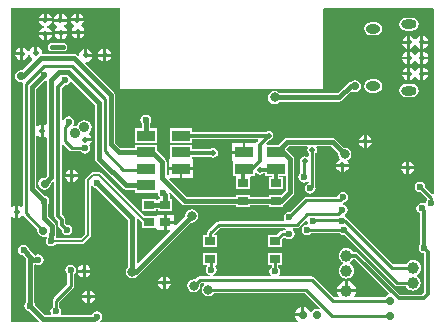
<source format=gbl>
G04 Layer_Physical_Order=2*
G04 Layer_Color=16711680*
%FSAX44Y44*%
%MOMM*%
G71*
G01*
G75*
%ADD10R,0.9000X0.7000*%
%ADD24R,1.5000X0.9500*%
%ADD35C,0.2540*%
%ADD36C,0.3000*%
%ADD37C,0.4000*%
%ADD39O,1.3000X0.8000*%
%ADD40O,1.2000X0.8000*%
%ADD41C,0.9000*%
%ADD42C,0.5000*%
%ADD43C,0.6000*%
%ADD44C,1.0000*%
%ADD45C,0.7000*%
%ADD46C,0.8000*%
%ADD47C,0.2000*%
G36*
X01150975Y00986907D02*
X01150874Y00906018D01*
Y00830288D01*
X01149604Y00829762D01*
X01143814Y00835553D01*
X01143912Y00836048D01*
X01143563Y00837804D01*
X01142568Y00839292D01*
X01141080Y00840287D01*
X01139324Y00840636D01*
X01137568Y00840287D01*
X01136080Y00839292D01*
X01135085Y00837804D01*
X01134736Y00836048D01*
X01135085Y00834292D01*
X01136080Y00832804D01*
X01137568Y00831809D01*
X01139324Y00831460D01*
X01139819Y00831558D01*
X01145397Y00825981D01*
X01145344Y00825442D01*
X01144349Y00823954D01*
X01144104Y00822724D01*
X01142927Y00822095D01*
X01142780Y00822081D01*
X01142724Y00822119D01*
X01140968Y00822468D01*
X01139212Y00822119D01*
X01137724Y00821124D01*
X01136729Y00819636D01*
X01136380Y00817880D01*
X01136729Y00816124D01*
X01137724Y00814636D01*
X01139212Y00813641D01*
X01139687Y00813547D01*
Y00787720D01*
X01139502Y00787596D01*
X01138507Y00786108D01*
X01138158Y00784352D01*
X01138507Y00782596D01*
X01139502Y00781108D01*
X01140990Y00780113D01*
X01142746Y00779764D01*
X01142989Y00778519D01*
Y00746757D01*
X01141225Y00744993D01*
X01122423D01*
X01087251Y00780165D01*
X01086258Y00780828D01*
X01085088Y00781061D01*
X01085088Y00781061D01*
X01082729D01*
X01082638Y00781280D01*
X01081596Y00782638D01*
X01080238Y00783680D01*
X01078657Y00784335D01*
X01076960Y00784558D01*
X01075263Y00784335D01*
X01073682Y00783680D01*
X01072324Y00782638D01*
X01071282Y00781280D01*
X01070627Y00779699D01*
X01070404Y00778002D01*
X01070627Y00776305D01*
X01071282Y00774724D01*
X01072324Y00773366D01*
X01073682Y00772324D01*
X01073952Y00772212D01*
Y00770838D01*
X01073682Y00770726D01*
X01072324Y00769684D01*
X01071282Y00768326D01*
X01070627Y00766745D01*
X01070404Y00765048D01*
X01070627Y00763351D01*
X01071282Y00761770D01*
X01072324Y00760412D01*
X01073682Y00759370D01*
X01075263Y00758715D01*
X01076960Y00758492D01*
X01078657Y00758715D01*
X01080238Y00759370D01*
X01081596Y00760412D01*
X01082638Y00761770D01*
X01083293Y00763351D01*
X01083516Y00765048D01*
X01083293Y00766745D01*
X01082638Y00768326D01*
X01081596Y00769684D01*
X01080238Y00770726D01*
X01079968Y00770838D01*
Y00772212D01*
X01080238Y00772324D01*
X01081596Y00773366D01*
X01082638Y00774724D01*
X01082640Y00774729D01*
X01083902Y00774862D01*
X01112858Y00745906D01*
X01112440Y00744528D01*
X01111585Y00744358D01*
X01109931Y00743253D01*
X01109410Y00742472D01*
X01084185D01*
X01083559Y00743742D01*
X01083948Y00744249D01*
X01084754Y00746196D01*
X01084865Y00747034D01*
X01069055D01*
X01069166Y00746196D01*
X01069972Y00744249D01*
X01070361Y00743742D01*
X01069735Y00742472D01*
X01066446D01*
X01049493Y00759425D01*
X01048577Y00760037D01*
X01047496Y00760252D01*
X01047496Y00760252D01*
X01020466D01*
X01020164Y00760694D01*
X01019904Y00761522D01*
X01020747Y00762784D01*
X01021096Y00764540D01*
X01020747Y00766296D01*
X01019752Y00767784D01*
X01019332Y00768065D01*
Y00770074D01*
X01022762D01*
Y00780074D01*
X01010762D01*
Y00770074D01*
X01013684D01*
Y00768065D01*
X01013264Y00767784D01*
X01012269Y00766296D01*
X01011920Y00764540D01*
X01012269Y00762784D01*
X01013112Y00761522D01*
X01012852Y00760694D01*
X01012550Y00760252D01*
X00964296D01*
X00964170Y00761522D01*
X00964416Y00761571D01*
X00965904Y00762566D01*
X00966899Y00764054D01*
X00967248Y00765810D01*
X00966899Y00767566D01*
X00966072Y00768804D01*
X00966367Y00769701D01*
X00966634Y00770074D01*
X00967644D01*
Y00780074D01*
X00955644D01*
Y00770074D01*
X00958686D01*
X00958953Y00769701D01*
X00959248Y00768804D01*
X00958421Y00767566D01*
X00958072Y00765810D01*
X00958421Y00764054D01*
X00959416Y00762566D01*
X00960904Y00761571D01*
X00961150Y00761522D01*
X00961024Y00760252D01*
X00952678D01*
X00951597Y00760037D01*
X00950681Y00759425D01*
X00949096Y00757840D01*
X00947750Y00758108D01*
X00945604Y00757681D01*
X00943785Y00756465D01*
X00942569Y00754646D01*
X00942142Y00752500D01*
X00942569Y00750354D01*
X00943785Y00748535D01*
X00945604Y00747319D01*
X00947750Y00746892D01*
X00949896Y00747319D01*
X00951715Y00748535D01*
X00952931Y00750354D01*
X00953358Y00752500D01*
X00953133Y00753630D01*
X00953995Y00754604D01*
X00956252D01*
X00956637Y00753334D01*
X00956155Y00753011D01*
X00954939Y00751192D01*
X00954512Y00749046D01*
X00954939Y00746900D01*
X00956155Y00745081D01*
X00957974Y00743865D01*
X00960120Y00743438D01*
X00962266Y00743865D01*
X00964085Y00745081D01*
X00964848Y00746222D01*
X01041754D01*
X01054559Y00733416D01*
X01053765Y00732420D01*
X01051814Y00732808D01*
X01049863Y00732420D01*
X01048209Y00731315D01*
X01047492Y00730241D01*
X01046059Y00730382D01*
X01045808Y00730988D01*
X01044766Y00732346D01*
X01043408Y00733388D01*
X01041827Y00734043D01*
X01041380Y00734101D01*
Y00727710D01*
X01040130D01*
Y00726460D01*
X01033738D01*
X01033797Y00726013D01*
X01034452Y00724432D01*
X01035494Y00723074D01*
X01035742Y00722884D01*
X01035311Y00721614D01*
X00869175D01*
X00868790Y00722884D01*
X00868876Y00722942D01*
X00869871Y00724430D01*
X00870220Y00726186D01*
X00869871Y00727942D01*
X00868876Y00729430D01*
X00867388Y00730425D01*
X00865632Y00730774D01*
X00863876Y00730425D01*
X00862388Y00729430D01*
X00861393Y00727942D01*
X00861370Y00727827D01*
X00835889D01*
X00835365Y00728805D01*
X00835346Y00729097D01*
X00835676Y00730758D01*
X00835327Y00732514D01*
X00834332Y00734002D01*
X00833912Y00734283D01*
Y00738732D01*
X00845531Y00750351D01*
X00845531Y00750351D01*
X00846143Y00751267D01*
X00846358Y00752348D01*
X00846358Y00752348D01*
Y00762031D01*
X00846778Y00762312D01*
X00847773Y00763800D01*
X00848122Y00765556D01*
X00847773Y00767312D01*
X00846778Y00768800D01*
X00845290Y00769795D01*
X00843534Y00770144D01*
X00841778Y00769795D01*
X00840290Y00768800D01*
X00839295Y00767312D01*
X00838946Y00765556D01*
X00839295Y00763800D01*
X00840290Y00762312D01*
X00840710Y00762031D01*
Y00753518D01*
X00829091Y00741899D01*
X00828479Y00740983D01*
X00828264Y00739902D01*
X00828264Y00739902D01*
Y00734283D01*
X00827844Y00734002D01*
X00826849Y00732514D01*
X00826500Y00730758D01*
X00826830Y00729097D01*
X00826811Y00728805D01*
X00826288Y00727827D01*
X00821794D01*
X00813464Y00736156D01*
X00813229Y00737340D01*
X00812559Y00738343D01*
Y00769939D01*
X00813829Y00770553D01*
X00814346Y00770207D01*
X00816102Y00769858D01*
X00817858Y00770207D01*
X00819346Y00771202D01*
X00820341Y00772690D01*
X00820690Y00774446D01*
X00820341Y00776202D01*
X00819346Y00777690D01*
X00817858Y00778685D01*
X00816102Y00779034D01*
X00814346Y00778685D01*
X00813343Y00778015D01*
X00813262D01*
X00808130Y00783146D01*
X00807895Y00784330D01*
X00806900Y00785818D01*
X00805412Y00786813D01*
X00803656Y00787162D01*
X00801900Y00786813D01*
X00800412Y00785818D01*
X00799417Y00784330D01*
X00799068Y00782574D01*
X00799417Y00780818D01*
X00800412Y00779330D01*
X00801900Y00778335D01*
X00803084Y00778100D01*
X00805421Y00775762D01*
Y00738343D01*
X00804751Y00737340D01*
X00804402Y00735584D01*
X00804751Y00733828D01*
X00805746Y00732340D01*
X00807234Y00731345D01*
X00808418Y00731110D01*
X00816643Y00722884D01*
X00816117Y00721614D01*
X00792734D01*
Y00810883D01*
X00794004Y00811268D01*
X00794103Y00811121D01*
X00795922Y00809905D01*
X00796818Y00809727D01*
Y00815086D01*
Y00820445D01*
X00795922Y00820267D01*
X00794103Y00819051D01*
X00794004Y00818904D01*
X00792734Y00819289D01*
Y00987806D01*
X00885444D01*
Y00918972D01*
X00885698Y00918718D01*
X01057402D01*
Y00987044D01*
X01058356Y00987806D01*
X01069086D01*
X01150077Y00987806D01*
X01150975Y00986907D01*
D02*
G37*
%LPC*%
G36*
X01127780Y00857783D02*
X01126884Y00857605D01*
X01125065Y00856389D01*
X01123849Y00854570D01*
X01123671Y00853674D01*
X01127780D01*
Y00857783D01*
D02*
G37*
G36*
X01079017Y00853206D02*
X01074908D01*
Y00849097D01*
X01075804Y00849275D01*
X01077623Y00850491D01*
X01078839Y00852310D01*
X01079017Y00853206D01*
D02*
G37*
G36*
X00946006Y00871882D02*
X00928006D01*
Y00859412D01*
X00926506D01*
Y00852912D01*
X00947506D01*
Y00859412D01*
X00946006D01*
Y00861811D01*
X00961816D01*
X00962877Y00861102D01*
X00964438Y00860792D01*
X00965999Y00861102D01*
X00967322Y00861986D01*
X00968206Y00863309D01*
X00968516Y00864870D01*
X00968206Y00866431D01*
X00967322Y00867754D01*
X00965999Y00868638D01*
X00964438Y00868948D01*
X00962877Y00868638D01*
X00961816Y00867929D01*
X00946006D01*
Y00871882D01*
D02*
G37*
G36*
X01130280Y00857783D02*
Y00853674D01*
X01134389D01*
X01134211Y00854570D01*
X01132995Y00856389D01*
X01131176Y00857605D01*
X01130280Y00857783D01*
D02*
G37*
G36*
X01072408Y00853206D02*
X01068299D01*
X01068477Y00852310D01*
X01069693Y00850491D01*
X01071512Y00849275D01*
X01072408Y00849097D01*
Y00853206D01*
D02*
G37*
G36*
X00845800Y00850925D02*
Y00846816D01*
X00849909D01*
X00849731Y00847712D01*
X00848515Y00849531D01*
X00846696Y00850747D01*
X00845800Y00850925D01*
D02*
G37*
G36*
X00843300D02*
X00842404Y00850747D01*
X00840585Y00849531D01*
X00839369Y00847712D01*
X00839191Y00846816D01*
X00843300D01*
Y00850925D01*
D02*
G37*
G36*
X01134389Y00851174D02*
X01130280D01*
Y00847065D01*
X01131176Y00847243D01*
X01132995Y00848459D01*
X01134211Y00850278D01*
X01134389Y00851174D01*
D02*
G37*
G36*
X01127780D02*
X01123671D01*
X01123849Y00850278D01*
X01125065Y00848459D01*
X01126884Y00847243D01*
X01127780Y00847065D01*
Y00851174D01*
D02*
G37*
G36*
X00989096Y00873382D02*
X00979846D01*
Y00866882D01*
X00989096D01*
Y00873382D01*
D02*
G37*
G36*
X01084326Y00926476D02*
X01082375Y00926088D01*
X01080721Y00924983D01*
X01080697Y00924947D01*
X01080661D01*
X01079296Y00924675D01*
X01078138Y00923901D01*
X01069665Y00915429D01*
X01020484D01*
X01020219Y00915825D01*
X01018400Y00917041D01*
X01016254Y00917468D01*
X01014108Y00917041D01*
X01012289Y00915825D01*
X01011073Y00914006D01*
X01010646Y00911860D01*
X01011073Y00909714D01*
X01012289Y00907895D01*
X01014108Y00906679D01*
X01016254Y00906252D01*
X01018400Y00906679D01*
X01020219Y00907895D01*
X01020484Y00908291D01*
X01071143D01*
X01072509Y00908563D01*
X01073667Y00909337D01*
X01081550Y00917220D01*
X01082375Y00916668D01*
X01084326Y00916280D01*
X01086277Y00916668D01*
X01087931Y00917773D01*
X01089036Y00919427D01*
X01089424Y00921378D01*
X01089036Y00923329D01*
X01087931Y00924983D01*
X01086277Y00926088D01*
X01084326Y00926476D01*
D02*
G37*
G36*
X01132546Y00923310D02*
X01127546D01*
X01125400Y00922883D01*
X01123581Y00921667D01*
X01122365Y00919848D01*
X01121938Y00917702D01*
X01122365Y00915556D01*
X01123581Y00913737D01*
X01125400Y00912521D01*
X01127546Y00912094D01*
X01132546D01*
X01134692Y00912521D01*
X01136511Y00913737D01*
X01137727Y00915556D01*
X01138154Y00917702D01*
X01137727Y00919848D01*
X01136511Y00921667D01*
X01134692Y00922883D01*
X01132546Y00923310D01*
D02*
G37*
G36*
X01128542Y00930676D02*
X01124433D01*
X01124611Y00929780D01*
X01125827Y00927961D01*
X01127646Y00926745D01*
X01128542Y00926567D01*
Y00930676D01*
D02*
G37*
G36*
X01101746Y00927110D02*
X01097746D01*
X01095600Y00926683D01*
X01093781Y00925467D01*
X01092565Y00923648D01*
X01092138Y00921502D01*
X01092565Y00919356D01*
X01093781Y00917537D01*
X01095600Y00916321D01*
X01097746Y00915894D01*
X01101746D01*
X01103892Y00916321D01*
X01105711Y00917537D01*
X01106927Y00919356D01*
X01107354Y00921502D01*
X01106927Y00923648D01*
X01105711Y00925467D01*
X01103892Y00926683D01*
X01101746Y00927110D01*
D02*
G37*
G36*
X01094212Y00880135D02*
Y00876026D01*
X01098321D01*
X01098143Y00876922D01*
X01096927Y00878741D01*
X01095108Y00879957D01*
X01094212Y00880135D01*
D02*
G37*
G36*
X01098321Y00873526D02*
X01094212D01*
Y00869417D01*
X01095108Y00869595D01*
X01096927Y00870811D01*
X01098143Y00872630D01*
X01098321Y00873526D01*
D02*
G37*
G36*
X01091712D02*
X01087603D01*
X01087781Y00872630D01*
X01088997Y00870811D01*
X01090816Y00869595D01*
X01091712Y00869417D01*
Y00873526D01*
D02*
G37*
G36*
Y00880135D02*
X01090816Y00879957D01*
X01088997Y00878741D01*
X01087781Y00876922D01*
X01087603Y00876026D01*
X01091712D01*
Y00880135D01*
D02*
G37*
G36*
X00907288Y00897398D02*
X00905532Y00897049D01*
X00904044Y00896054D01*
X00903049Y00894566D01*
X00902700Y00892810D01*
X00903049Y00891054D01*
X00903719Y00890051D01*
Y00885852D01*
X00898288D01*
Y00873352D01*
X00916288D01*
Y00885852D01*
X00910857D01*
Y00890051D01*
X00911527Y00891054D01*
X00911876Y00892810D01*
X00911527Y00894566D01*
X00910532Y00896054D01*
X00909044Y00897049D01*
X00907288Y00897398D01*
D02*
G37*
G36*
X00928141Y00753638D02*
X00924032D01*
Y00749529D01*
X00924928Y00749707D01*
X00926747Y00750923D01*
X00927963Y00752742D01*
X00928141Y00753638D01*
D02*
G37*
G36*
X00921532D02*
X00917423D01*
X00917601Y00752742D01*
X00918817Y00750923D01*
X00920636Y00749707D01*
X00921532Y00749529D01*
Y00753638D01*
D02*
G37*
G36*
X01075710Y00756189D02*
X01074872Y00756078D01*
X01072925Y00755272D01*
X01071254Y00753990D01*
X01069972Y00752318D01*
X01069166Y00750372D01*
X01069055Y00749534D01*
X01075710D01*
Y00756189D01*
D02*
G37*
G36*
X00921532Y00760247D02*
X00920636Y00760069D01*
X00918817Y00758853D01*
X00917601Y00757034D01*
X00917423Y00756138D01*
X00921532D01*
Y00760247D01*
D02*
G37*
G36*
X01078210Y00756189D02*
Y00749534D01*
X01084865D01*
X01084754Y00750372D01*
X01083948Y00752318D01*
X01082666Y00753990D01*
X01080994Y00755272D01*
X01079048Y00756078D01*
X01078210Y00756189D01*
D02*
G37*
G36*
X00857524Y00741700D02*
X00853415D01*
X00853593Y00740804D01*
X00854809Y00738985D01*
X00856628Y00737769D01*
X00857524Y00737591D01*
Y00741700D01*
D02*
G37*
G36*
X01038880Y00734101D02*
X01038433Y00734043D01*
X01036852Y00733388D01*
X01035494Y00732346D01*
X01034452Y00730988D01*
X01033797Y00729407D01*
X01033738Y00728960D01*
X01038880D01*
Y00734101D01*
D02*
G37*
G36*
X00864133Y00741700D02*
X00860024D01*
Y00737591D01*
X00860920Y00737769D01*
X00862739Y00738985D01*
X00863955Y00740804D01*
X00864133Y00741700D01*
D02*
G37*
G36*
X00860024Y00748309D02*
Y00744200D01*
X00864133D01*
X00863955Y00745096D01*
X00862739Y00746915D01*
X00860920Y00748131D01*
X00860024Y00748309D01*
D02*
G37*
G36*
X00857524D02*
X00856628Y00748131D01*
X00854809Y00746915D01*
X00853593Y00745096D01*
X00853415Y00744200D01*
X00857524D01*
Y00748309D01*
D02*
G37*
G36*
X01073912Y00831866D02*
X01072156Y00831517D01*
X01070668Y00830522D01*
X01069673Y00829034D01*
X01069380Y00827562D01*
X01043178D01*
X01043178Y00827562D01*
X01042097Y00827347D01*
X01041181Y00826735D01*
X01041181Y00826735D01*
X01029195Y00814750D01*
X01028700Y00814848D01*
X01026944Y00814499D01*
X01025456Y00813504D01*
X01024461Y00812016D01*
X01024112Y00810260D01*
X01024461Y00808504D01*
X01024625Y00808258D01*
X01023947Y00806988D01*
X00969010D01*
X00969010Y00806988D01*
X00967929Y00806773D01*
X00967013Y00806161D01*
X00967013Y00806161D01*
X00959647Y00798795D01*
X00959035Y00797879D01*
X00958820Y00796798D01*
X00958820Y00796798D01*
Y00795074D01*
X00955644D01*
Y00785074D01*
X00967644D01*
Y00795074D01*
X00965710D01*
X00965184Y00796344D01*
X00970180Y00801340D01*
X01025071D01*
X01025530Y00800086D01*
X01024935Y00799368D01*
X01023232D01*
X01022151Y00799153D01*
X01021235Y00798541D01*
X01017768Y00795074D01*
X01010762D01*
Y00785074D01*
X01022762D01*
Y00792080D01*
X01024049Y00793367D01*
X01025456Y00793300D01*
X01026944Y00792305D01*
X01028700Y00791956D01*
X01030456Y00792305D01*
X01031944Y00793300D01*
X01032939Y00794788D01*
X01033288Y00796544D01*
X01032939Y00798300D01*
X01031944Y00799788D01*
X01031523Y00800070D01*
X01031908Y00801340D01*
X01035050D01*
X01035050Y00801340D01*
X01036131Y00801555D01*
X01037047Y00802167D01*
X01042825Y00807945D01*
X01043996Y00807319D01*
X01043924Y00806958D01*
X01044241Y00805365D01*
X01043992Y00804834D01*
X01043459Y00804135D01*
X01041930Y00803831D01*
X01040442Y00802836D01*
X01039447Y00801348D01*
X01039098Y00799592D01*
X01039447Y00797836D01*
X01040442Y00796348D01*
X01041930Y00795353D01*
X01043686Y00795004D01*
X01045442Y00795353D01*
X01046930Y00796348D01*
X01047381Y00797022D01*
X01071657D01*
X01071938Y00796602D01*
X01073426Y00795607D01*
X01075182Y00795258D01*
X01075677Y00795356D01*
X01118143Y00752891D01*
X01119059Y00752279D01*
X01120140Y00752064D01*
X01120140Y00752064D01*
X01127482D01*
X01127670Y00751610D01*
X01128712Y00750252D01*
X01130070Y00749210D01*
X01131651Y00748555D01*
X01133348Y00748332D01*
X01135045Y00748555D01*
X01136626Y00749210D01*
X01137984Y00750252D01*
X01139026Y00751610D01*
X01139681Y00753191D01*
X01139904Y00754888D01*
X01139681Y00756585D01*
X01139026Y00758166D01*
X01137984Y00759524D01*
X01136740Y00760478D01*
X01136681Y00761001D01*
X01136789Y00761873D01*
X01136880Y00761910D01*
X01138238Y00762952D01*
X01139280Y00764310D01*
X01139935Y00765891D01*
X01140158Y00767588D01*
X01139935Y00769285D01*
X01139280Y00770866D01*
X01138238Y00772224D01*
X01136880Y00773266D01*
X01135299Y00773921D01*
X01133602Y00774144D01*
X01131905Y00773921D01*
X01130324Y00773266D01*
X01128966Y00772224D01*
X01127924Y00770866D01*
X01127736Y00770412D01*
X01116770D01*
X01077769Y00809413D01*
X01076902Y00810710D01*
X01075781Y00811459D01*
X01075732Y00811615D01*
Y00812715D01*
X01075781Y00812871D01*
X01076902Y00813620D01*
X01077897Y00815108D01*
X01078246Y00816864D01*
X01077897Y00818620D01*
X01076902Y00820108D01*
X01075414Y00821103D01*
X01073711Y00821442D01*
X01073687Y00821480D01*
X01073912Y00822690D01*
X01075668Y00823039D01*
X01077156Y00824034D01*
X01078151Y00825522D01*
X01078500Y00827278D01*
X01078151Y00829034D01*
X01077156Y00830522D01*
X01075668Y00831517D01*
X01073912Y00831866D01*
D02*
G37*
G36*
X00931298Y00812562D02*
X00925048D01*
Y00807312D01*
X00931298D01*
Y00812562D01*
D02*
G37*
G36*
X00843300Y00844316D02*
X00839191D01*
X00839369Y00843420D01*
X00840585Y00841601D01*
X00842404Y00840385D01*
X00843300Y00840207D01*
Y00844316D01*
D02*
G37*
G36*
X00947506Y00850412D02*
X00938256D01*
Y00843912D01*
X00947506D01*
Y00850412D01*
D02*
G37*
G36*
X00849909Y00844316D02*
X00845800D01*
Y00840207D01*
X00846696Y00840385D01*
X00848515Y00841601D01*
X00849731Y00843420D01*
X00849909Y00844316D01*
D02*
G37*
G36*
X00853714Y00763544D02*
X00849605D01*
X00849783Y00762648D01*
X00850999Y00760829D01*
X00852818Y00759613D01*
X00853714Y00759435D01*
Y00763544D01*
D02*
G37*
G36*
X00924032Y00760247D02*
Y00756138D01*
X00928141D01*
X00927963Y00757034D01*
X00926747Y00758853D01*
X00924928Y00760069D01*
X00924032Y00760247D01*
D02*
G37*
G36*
X00860323Y00763544D02*
X00856214D01*
Y00759435D01*
X00857110Y00759613D01*
X00858929Y00760829D01*
X00860145Y00762648D01*
X00860323Y00763544D01*
D02*
G37*
G36*
X00856214Y00770153D02*
Y00766044D01*
X00860323D01*
X00860145Y00766940D01*
X00858929Y00768759D01*
X00857110Y00769975D01*
X00856214Y00770153D01*
D02*
G37*
G36*
X00853714D02*
X00852818Y00769975D01*
X00850999Y00768759D01*
X00849783Y00766940D01*
X00849605Y00766044D01*
X00853714D01*
Y00770153D01*
D02*
G37*
G36*
X01139718Y00963955D02*
X01138822Y00963777D01*
X01137003Y00962561D01*
X01136086Y00961189D01*
X01136070Y00961183D01*
X01134689D01*
X01134674Y00961189D01*
X01133757Y00962561D01*
X01131938Y00963777D01*
X01131042Y00963955D01*
Y00958596D01*
Y00953237D01*
X01131938Y00953415D01*
X01133757Y00954631D01*
X01134674Y00956003D01*
X01134689Y00956009D01*
X01136070D01*
X01136086Y00956003D01*
X01137003Y00954631D01*
X01138822Y00953415D01*
X01139718Y00953237D01*
Y00958596D01*
Y00963955D01*
D02*
G37*
G36*
X00840765Y00965220D02*
X00836656D01*
Y00961111D01*
X00837552Y00961289D01*
X00839371Y00962505D01*
X00840587Y00964324D01*
X00840765Y00965220D01*
D02*
G37*
G36*
X00848634Y00965982D02*
X00844525D01*
X00844703Y00965086D01*
X00845919Y00963267D01*
X00847738Y00962051D01*
X00848634Y00961873D01*
Y00965982D01*
D02*
G37*
G36*
X01101746Y00975610D02*
X01097746D01*
X01095600Y00975183D01*
X01093781Y00973967D01*
X01092565Y00972148D01*
X01092138Y00970002D01*
X01092565Y00967856D01*
X01093781Y00966037D01*
X01095600Y00964821D01*
X01097746Y00964394D01*
X01101746D01*
X01103892Y00964821D01*
X01105711Y00966037D01*
X01106927Y00967856D01*
X01107354Y00970002D01*
X01106927Y00972148D01*
X01105711Y00973967D01*
X01103892Y00975183D01*
X01101746Y00975610D01*
D02*
G37*
G36*
X00855243Y00965982D02*
X00851134D01*
Y00961873D01*
X00852030Y00962051D01*
X00853849Y00963267D01*
X00855065Y00965086D01*
X00855243Y00965982D01*
D02*
G37*
G36*
X01142218Y00963955D02*
Y00959846D01*
X01146327D01*
X01146149Y00960742D01*
X01144933Y00962561D01*
X01143114Y00963777D01*
X01142218Y00963955D01*
D02*
G37*
G36*
X01128542D02*
X01127646Y00963777D01*
X01125827Y00962561D01*
X01124611Y00960742D01*
X01124433Y00959846D01*
X01128542D01*
Y00963955D01*
D02*
G37*
G36*
X00820948Y00964458D02*
X00816839D01*
X00817017Y00963562D01*
X00818233Y00961743D01*
X00820052Y00960527D01*
X00820948Y00960349D01*
Y00964458D01*
D02*
G37*
G36*
X00834156Y00965220D02*
X00830047D01*
X00830225Y00964324D01*
X00831441Y00962505D01*
X00833260Y00961289D01*
X00834156Y00961111D01*
Y00965220D01*
D02*
G37*
G36*
X00827557Y00964458D02*
X00823448D01*
Y00960349D01*
X00824344Y00960527D01*
X00826163Y00961743D01*
X00827379Y00963562D01*
X00827557Y00964458D01*
D02*
G37*
G36*
X00820948Y00983005D02*
X00820052Y00982827D01*
X00818233Y00981611D01*
X00817017Y00979792D01*
X00816839Y00978896D01*
X00820948D01*
Y00983005D01*
D02*
G37*
G36*
X00836148Y00982751D02*
Y00978642D01*
X00840257D01*
X00840079Y00979538D01*
X00838863Y00981357D01*
X00837044Y00982573D01*
X00836148Y00982751D01*
D02*
G37*
G36*
X00823448Y00983005D02*
Y00978896D01*
X00827557D01*
X00827379Y00979792D01*
X00826163Y00981611D01*
X00824344Y00982827D01*
X00823448Y00983005D01*
D02*
G37*
G36*
X00850372D02*
Y00978896D01*
X00854481D01*
X00854303Y00979792D01*
X00853087Y00981611D01*
X00851268Y00982827D01*
X00850372Y00983005D01*
D02*
G37*
G36*
X00847872D02*
X00846976Y00982827D01*
X00845157Y00981611D01*
X00843941Y00979792D01*
X00843763Y00978896D01*
X00847872D01*
Y00983005D01*
D02*
G37*
G36*
X00840257Y00976142D02*
X00829539D01*
X00829717Y00975246D01*
X00830933Y00973427D01*
X00832282Y00972525D01*
X00832403Y00971158D01*
X00832369Y00971056D01*
X00831441Y00970435D01*
X00830225Y00968616D01*
X00830047Y00967720D01*
X00840765D01*
X00840587Y00968616D01*
X00839371Y00970435D01*
X00838022Y00971337D01*
X00837901Y00972704D01*
X00837935Y00972806D01*
X00838863Y00973427D01*
X00840079Y00975246D01*
X00840257Y00976142D01*
D02*
G37*
G36*
X00827557Y00976396D02*
X00816839D01*
X00817017Y00975500D01*
X00818233Y00973681D01*
X00820052Y00972465D01*
X00820759Y00972324D01*
Y00971030D01*
X00820052Y00970889D01*
X00818233Y00969673D01*
X00817017Y00967854D01*
X00816839Y00966958D01*
X00827557D01*
X00827379Y00967854D01*
X00826163Y00969673D01*
X00824344Y00970889D01*
X00823637Y00971030D01*
Y00972324D01*
X00824344Y00972465D01*
X00826163Y00973681D01*
X00827379Y00975500D01*
X00827557Y00976396D01*
D02*
G37*
G36*
X01132546Y00979410D02*
X01127546D01*
X01125400Y00978983D01*
X01123581Y00977767D01*
X01122365Y00975948D01*
X01121938Y00973802D01*
X01122365Y00971656D01*
X01123581Y00969837D01*
X01125400Y00968621D01*
X01127546Y00968194D01*
X01132546D01*
X01134692Y00968621D01*
X01136511Y00969837D01*
X01137727Y00971656D01*
X01138154Y00973802D01*
X01137727Y00975948D01*
X01136511Y00977767D01*
X01134692Y00978983D01*
X01132546Y00979410D01*
D02*
G37*
G36*
X00833648Y00982751D02*
X00832752Y00982573D01*
X00830933Y00981357D01*
X00829717Y00979538D01*
X00829539Y00978642D01*
X00833648D01*
Y00982751D01*
D02*
G37*
G36*
X00854481Y00976396D02*
X00843763D01*
X00843941Y00975500D01*
X00845157Y00973681D01*
X00846253Y00972948D01*
Y00971421D01*
X00845919Y00971197D01*
X00844703Y00969378D01*
X00844525Y00968482D01*
X00855243D01*
X00855065Y00969378D01*
X00853849Y00971197D01*
X00852753Y00971930D01*
Y00973457D01*
X00853087Y00973681D01*
X00854303Y00975500D01*
X00854481Y00976396D01*
D02*
G37*
G36*
X00870986Y00946424D02*
X00866877D01*
X00867055Y00945528D01*
X00868271Y00943709D01*
X00870090Y00942493D01*
X00870986Y00942315D01*
Y00946424D01*
D02*
G37*
G36*
X01146327Y00944011D02*
X01142218D01*
Y00939902D01*
X01143114Y00940080D01*
X01144933Y00941296D01*
X01146149Y00943115D01*
X01146327Y00944011D01*
D02*
G37*
G36*
X00877595Y00946424D02*
X00873486D01*
Y00942315D01*
X00874382Y00942493D01*
X00876201Y00943709D01*
X00877417Y00945528D01*
X00877595Y00946424D01*
D02*
G37*
G36*
X01128542Y00950620D02*
X01127646Y00950442D01*
X01125827Y00949226D01*
X01124611Y00947407D01*
X01124433Y00946511D01*
X01128542D01*
Y00950620D01*
D02*
G37*
G36*
X00800882Y00947694D02*
X00796773D01*
X00796951Y00946798D01*
X00798167Y00944979D01*
X00799986Y00943763D01*
X00800882Y00943585D01*
Y00947694D01*
D02*
G37*
G36*
X01128542Y00937285D02*
X01127646Y00937107D01*
X01125827Y00935891D01*
X01124611Y00934072D01*
X01124433Y00933176D01*
X01128542D01*
Y00937285D01*
D02*
G37*
G36*
X01146327Y00930676D02*
X01142218D01*
Y00926567D01*
X01143114Y00926745D01*
X01144933Y00927961D01*
X01146149Y00929780D01*
X01146327Y00930676D01*
D02*
G37*
G36*
X01142218Y00937285D02*
Y00933176D01*
X01146327D01*
X01146149Y00934072D01*
X01144933Y00935891D01*
X01143114Y00937107D01*
X01142218Y00937285D01*
D02*
G37*
G36*
X01128542Y00944011D02*
X01124433D01*
X01124611Y00943115D01*
X01125827Y00941296D01*
X01127646Y00940080D01*
X01128542Y00939902D01*
Y00944011D01*
D02*
G37*
G36*
X01139718Y00937285D02*
X01138822Y00937107D01*
X01137003Y00935891D01*
X01136086Y00934519D01*
X01136070Y00934513D01*
X01134689D01*
X01134674Y00934519D01*
X01133757Y00935891D01*
X01131938Y00937107D01*
X01131042Y00937285D01*
Y00931926D01*
Y00926567D01*
X01131938Y00926745D01*
X01133757Y00927961D01*
X01134674Y00929333D01*
X01134689Y00929339D01*
X01136070D01*
X01136086Y00929333D01*
X01137003Y00927961D01*
X01138822Y00926745D01*
X01139718Y00926567D01*
Y00931926D01*
Y00937285D01*
D02*
G37*
G36*
X00800882Y00954303D02*
X00799986Y00954125D01*
X00798167Y00952909D01*
X00796951Y00951090D01*
X00796773Y00950194D01*
X00800882D01*
Y00954303D01*
D02*
G37*
G36*
X00815320Y00954811D02*
Y00949452D01*
X00812820D01*
Y00954811D01*
X00811924Y00954633D01*
X00810105Y00953417D01*
X00808889Y00951598D01*
X00808698Y00950637D01*
X00807403D01*
X00807313Y00951090D01*
X00806097Y00952909D01*
X00804278Y00954125D01*
X00803382Y00954303D01*
Y00948944D01*
Y00943585D01*
X00804278Y00943763D01*
X00806097Y00944979D01*
X00807313Y00946798D01*
X00807504Y00947759D01*
X00808799D01*
X00808889Y00947306D01*
X00810105Y00945487D01*
X00811089Y00944829D01*
X00811263Y00943206D01*
X00802770Y00934714D01*
X00801370Y00934992D01*
X00799419Y00934604D01*
X00797765Y00933499D01*
X00796660Y00931845D01*
X00796272Y00929894D01*
X00796660Y00927943D01*
X00797765Y00926289D01*
X00799419Y00925184D01*
X00801370Y00924796D01*
X00801830Y00924887D01*
X00802910Y00923807D01*
X00802864Y00923576D01*
X00802864Y00923576D01*
Y00819920D01*
X00801594Y00819345D01*
X00800214Y00820267D01*
X00799318Y00820445D01*
Y00815086D01*
Y00809727D01*
X00800214Y00809905D01*
X00802033Y00811121D01*
X00802451Y00811746D01*
X00803893Y00811617D01*
X00815505Y00800005D01*
X00815322Y00799084D01*
X00815710Y00797133D01*
X00816815Y00795479D01*
X00818469Y00794374D01*
X00820420Y00793986D01*
X00821945Y00794289D01*
X00823081Y00793660D01*
X00823283Y00793456D01*
X00823418Y00792771D01*
X00823039Y00792204D01*
X00822690Y00790448D01*
X00823039Y00788692D01*
X00824034Y00787204D01*
X00825522Y00786209D01*
X00827278Y00785860D01*
X00829034Y00786209D01*
X00830522Y00787204D01*
X00830987Y00787899D01*
X00853440D01*
X00854416Y00788093D01*
X00855242Y00788646D01*
X00860068Y00793472D01*
X00860621Y00794299D01*
X00860815Y00795274D01*
Y00836674D01*
X00862085Y00837059D01*
X00862642Y00836226D01*
X00864130Y00835231D01*
X00865314Y00834996D01*
X00892289Y00808020D01*
Y00768516D01*
X00891893Y00768251D01*
X00890677Y00766432D01*
X00890250Y00764286D01*
X00890677Y00762140D01*
X00891893Y00760321D01*
X00893712Y00759105D01*
X00895858Y00758678D01*
X00898004Y00759105D01*
X00899823Y00760321D01*
X00900365Y00761132D01*
X00901309Y00761763D01*
X00945562Y00806015D01*
X00946030Y00805922D01*
X00948176Y00806349D01*
X00949995Y00807565D01*
X00951211Y00809384D01*
X00951638Y00811530D01*
X00951211Y00813676D01*
X00949995Y00815495D01*
X00948176Y00816711D01*
X00946030Y00817138D01*
X00943884Y00816711D01*
X00942065Y00815495D01*
X00940849Y00813676D01*
X00940422Y00811530D01*
X00940515Y00811062D01*
X00932471Y00803018D01*
X00931298Y00803504D01*
Y00804812D01*
X00925048D01*
Y00799562D01*
X00927356D01*
X00927842Y00798389D01*
X00900600Y00771147D01*
X00899427Y00771633D01*
Y00808897D01*
X00900697Y00809423D01*
X00904082Y00806037D01*
Y00801062D01*
X00916082D01*
X00916298Y00799882D01*
Y00799562D01*
X00922548D01*
Y00806062D01*
Y00812562D01*
X00916298D01*
Y00812243D01*
X00916082Y00811062D01*
X00906267D01*
X00869452Y00847876D01*
X00868625Y00848429D01*
X00867650Y00848623D01*
X00862330D01*
X00861355Y00848429D01*
X00860528Y00847876D01*
X00856464Y00843812D01*
X00855911Y00842986D01*
X00855717Y00842010D01*
Y00796330D01*
X00852384Y00792997D01*
X00830987D01*
X00830847Y00793207D01*
Y00795471D01*
X00830989Y00796184D01*
Y00803260D01*
X00830717Y00804626D01*
X00829943Y00805783D01*
X00824497Y00811230D01*
Y00821471D01*
X00825167Y00822474D01*
X00825516Y00824230D01*
X00825167Y00825986D01*
X00824172Y00827474D01*
X00822684Y00828469D01*
X00821500Y00828704D01*
X00814337Y00835868D01*
Y00879190D01*
X00815607Y00879576D01*
X00815693Y00879447D01*
X00817512Y00878231D01*
X00818408Y00878053D01*
Y00883412D01*
Y00888771D01*
X00817512Y00888593D01*
X00815693Y00887377D01*
X00815607Y00887248D01*
X00814337Y00887634D01*
Y00919018D01*
X00821754Y00926436D01*
X00821904Y00926465D01*
X00821974Y00926455D01*
X00823138Y00925416D01*
Y00889048D01*
X00822018Y00888450D01*
X00821804Y00888593D01*
X00820908Y00888771D01*
Y00883412D01*
Y00878053D01*
X00821804Y00878231D01*
X00822018Y00878374D01*
X00823138Y00877775D01*
Y00845711D01*
X00821479Y00844051D01*
X00821436Y00844060D01*
X00819485Y00843672D01*
X00817831Y00842567D01*
X00816726Y00840913D01*
X00816338Y00838962D01*
X00816726Y00837011D01*
X00817831Y00835357D01*
X00819485Y00834252D01*
X00821436Y00833864D01*
X00823387Y00834252D01*
X00825041Y00835357D01*
X00826146Y00837011D01*
X00826534Y00838962D01*
X00826525Y00839005D01*
X00828537Y00841016D01*
X00829807Y00840490D01*
Y00811538D01*
X00829807Y00811538D01*
X00830040Y00810367D01*
X00830703Y00809375D01*
X00832866Y00807212D01*
Y00804153D01*
X00832866Y00804153D01*
X00833099Y00802983D01*
X00833762Y00801990D01*
X00835941Y00799811D01*
X00835898Y00799592D01*
X00836247Y00797836D01*
X00837242Y00796348D01*
X00838730Y00795353D01*
X00840486Y00795004D01*
X00842242Y00795353D01*
X00843730Y00796348D01*
X00844725Y00797836D01*
X00845074Y00799592D01*
X00844725Y00801348D01*
X00843730Y00802836D01*
X00842242Y00803831D01*
X00840486Y00804180D01*
X00840267Y00804137D01*
X00838984Y00805420D01*
Y00808479D01*
X00838751Y00809650D01*
X00838088Y00810642D01*
X00838088Y00810642D01*
X00835925Y00812805D01*
Y00871515D01*
X00837195Y00872041D01*
X00842299Y00866937D01*
X00843215Y00866325D01*
X00844296Y00866110D01*
X00852201D01*
X00852482Y00865690D01*
X00853970Y00864695D01*
X00855726Y00864346D01*
X00857482Y00864695D01*
X00858970Y00865690D01*
X00859965Y00867178D01*
X00860314Y00868934D01*
X00859965Y00870690D01*
X00859316Y00871661D01*
X00859945Y00872081D01*
X00861161Y00873900D01*
X00861339Y00874796D01*
X00855980D01*
Y00877296D01*
X00861339D01*
X00861161Y00878192D01*
X00859945Y00880011D01*
X00859106Y00880572D01*
Y00881842D01*
X00859544Y00882134D01*
X00860870Y00884119D01*
X00861336Y00886460D01*
X00860870Y00888801D01*
X00859544Y00890786D01*
X00857559Y00892112D01*
X00855218Y00892578D01*
X00852877Y00892112D01*
X00850892Y00890786D01*
X00849566Y00888801D01*
X00849502Y00888480D01*
X00848016Y00887517D01*
X00846836Y00887751D01*
X00846257Y00887636D01*
X00845493Y00888779D01*
X00845995Y00889530D01*
X00846344Y00891286D01*
X00845995Y00893042D01*
X00845000Y00894530D01*
X00843512Y00895525D01*
X00841756Y00895874D01*
X00840000Y00895525D01*
X00838512Y00894530D01*
X00837517Y00893042D01*
X00837195Y00891421D01*
X00835925Y00891546D01*
Y00919229D01*
X00838743Y00922047D01*
X00838962Y00922004D01*
X00840718Y00922353D01*
X00842206Y00923348D01*
X00843147Y00924756D01*
X00843367Y00924948D01*
X00844429Y00925270D01*
X00863897Y00905802D01*
Y00859988D01*
X00864169Y00858622D01*
X00864943Y00857465D01*
X00887493Y00834915D01*
X00888650Y00834141D01*
X00890016Y00833869D01*
X00898288D01*
Y00831188D01*
X00916216D01*
X00916337Y00831178D01*
X00917459Y00830950D01*
X00917781Y00829332D01*
X00918776Y00827844D01*
X00919541Y00827332D01*
X00919156Y00826062D01*
X00917798D01*
Y00824631D01*
X00916082D01*
Y00826062D01*
X00904082D01*
Y00816062D01*
X00916082D01*
Y00817493D01*
X00917798D01*
Y00816062D01*
X00929798D01*
Y00826062D01*
X00927366D01*
Y00829310D01*
X00927114Y00830582D01*
X00927170Y00830657D01*
X00928493Y00830999D01*
X00937665Y00821827D01*
X00938822Y00821053D01*
X00940188Y00820781D01*
X00983838D01*
Y00819350D01*
X00995838D01*
Y00820527D01*
X01011270D01*
Y00819096D01*
X01023270D01*
Y00820788D01*
X01023328Y00820799D01*
X01024485Y00821573D01*
X01031985Y00829073D01*
X01032759Y00830230D01*
X01033031Y00831596D01*
Y00859624D01*
X01032759Y00860990D01*
X01031985Y00862147D01*
X01026016Y00868117D01*
Y00868315D01*
X01028400Y00870699D01*
X01043864D01*
X01044543Y00869429D01*
X01044236Y00868971D01*
X01043926Y00867410D01*
X01044236Y00865849D01*
X01045120Y00864526D01*
X01045180Y00864486D01*
Y00861994D01*
X01043910Y00861316D01*
X01043215Y00861780D01*
X01041654Y00862090D01*
X01040093Y00861780D01*
X01038770Y00860896D01*
X01037886Y00859573D01*
X01037576Y00858012D01*
X01037886Y00856451D01*
X01038068Y00856179D01*
Y00847821D01*
X01037648Y00847540D01*
X01036653Y00846052D01*
X01036304Y00844296D01*
X01036653Y00842540D01*
X01037648Y00841052D01*
X01039136Y00840057D01*
X01040892Y00839708D01*
X01042648Y00840057D01*
X01043910Y00840900D01*
X01044738Y00840640D01*
X01045002Y00840459D01*
X01044963Y00839184D01*
X01044724Y00839137D01*
X01043236Y00838142D01*
X01042241Y00836654D01*
X01041892Y00834898D01*
X01042241Y00833142D01*
X01043236Y00831654D01*
X01044724Y00830659D01*
X01046480Y00830310D01*
X01048236Y00830659D01*
X01049724Y00831654D01*
X01050719Y00833142D01*
X01051068Y00834898D01*
X01050797Y00836263D01*
X01050828Y00836422D01*
X01050828Y00836422D01*
Y00864486D01*
X01050888Y00864526D01*
X01051772Y00865849D01*
X01052082Y00867410D01*
X01051772Y00868971D01*
X01051465Y00869429D01*
X01052144Y00870699D01*
X01063798D01*
X01070175Y00864322D01*
X01070082Y00863854D01*
X01070509Y00861708D01*
X01071124Y00860788D01*
X01071489Y00859704D01*
X01070800Y00859161D01*
X01069693Y00858421D01*
X01068477Y00856602D01*
X01068299Y00855706D01*
X01079017D01*
X01078839Y00856602D01*
X01078224Y00857522D01*
X01077859Y00858606D01*
X01078548Y00859149D01*
X01079655Y00859889D01*
X01080871Y00861708D01*
X01081298Y00863854D01*
X01080871Y00866000D01*
X01079655Y00867819D01*
X01077836Y00869035D01*
X01075690Y00869462D01*
X01075222Y00869369D01*
X01067799Y00876791D01*
X01066642Y00877565D01*
X01065276Y00877837D01*
X01026922D01*
X01025556Y00877565D01*
X01024399Y00876791D01*
X01019489Y00871882D01*
X01009576D01*
X01009050Y00873152D01*
X01011483Y00875585D01*
X01012735Y00875834D01*
X01014058Y00876718D01*
X01014942Y00878041D01*
X01015252Y00879602D01*
X01014942Y00881163D01*
X01014058Y00882486D01*
X01012735Y00883370D01*
X01011174Y00883680D01*
X01009613Y00883370D01*
X01008552Y00882661D01*
X00946006D01*
Y00885852D01*
X00928006D01*
Y00873352D01*
X00946006D01*
Y00876543D01*
X01002130D01*
X01002616Y00875370D01*
X01001914Y00874668D01*
X01001590Y00874344D01*
X01001590Y00874344D01*
X01001391Y00874145D01*
X01001105Y00873717D01*
X01001105Y00873717D01*
X00999946Y00873382D01*
X00991596D01*
Y00865632D01*
X00990346D01*
Y00864382D01*
X00979846D01*
Y00857882D01*
X00981346D01*
Y00845412D01*
X00983336D01*
X00983838Y00844350D01*
Y00834350D01*
X00995838D01*
Y00844350D01*
X00996340Y00845412D01*
X00999346D01*
Y00848218D01*
X01000616Y00848604D01*
X01001178Y00847762D01*
X01002501Y00846878D01*
X01004062Y00846568D01*
X01005623Y00846878D01*
X01006684Y00847587D01*
X01008016D01*
Y00845412D01*
X01013957D01*
Y00844096D01*
X01011270D01*
Y00834096D01*
X01023270D01*
Y00844096D01*
X01020075D01*
Y00845412D01*
X01025893D01*
Y00833074D01*
X01021915Y00829096D01*
X01011270D01*
Y00827665D01*
X00995838D01*
Y00829350D01*
X00983838D01*
Y00827919D01*
X00941666D01*
X00926943Y00842642D01*
X00927469Y00843912D01*
X00935756D01*
Y00850412D01*
X00926506D01*
Y00845937D01*
X00925236Y00845271D01*
X00924827Y00845554D01*
Y00856996D01*
X00924555Y00858362D01*
X00923781Y00859519D01*
X00916288Y00867013D01*
Y00871882D01*
X00898288D01*
Y00869201D01*
X00885652D01*
X00881266Y00873587D01*
Y00913511D01*
X00880994Y00914877D01*
X00880220Y00916034D01*
X00855614Y00940641D01*
X00856234Y00941812D01*
X00858380Y00942239D01*
X00860199Y00943455D01*
X00861415Y00945274D01*
X00861593Y00946170D01*
X00856234D01*
Y00947420D01*
X00854984D01*
Y00952779D01*
X00854088Y00952601D01*
X00852269Y00951385D01*
X00851053Y00949566D01*
X00850626Y00947420D01*
X00849455Y00946800D01*
X00848597Y00947657D01*
X00847440Y00948431D01*
X00846074Y00948703D01*
X00820293D01*
X00819678Y00949452D01*
X00819251Y00951598D01*
X00818035Y00953417D01*
X00816216Y00954633D01*
X00815320Y00954811D01*
D02*
G37*
G36*
X00837184Y00958101D02*
X00827635D01*
X00826270Y00957829D01*
X00825112Y00957055D01*
X00824338Y00955898D01*
X00824067Y00954532D01*
X00824338Y00953166D01*
X00825112Y00952009D01*
X00826270Y00951235D01*
X00827635Y00950963D01*
X00837184D01*
X00838550Y00951235D01*
X00839707Y00952009D01*
X00840481Y00953166D01*
X00840753Y00954532D01*
X00840481Y00955898D01*
X00839707Y00957055D01*
X00838550Y00957829D01*
X00837184Y00958101D01*
D02*
G37*
G36*
X01146327Y00957346D02*
X01142218D01*
Y00953237D01*
X01143114Y00953415D01*
X01144933Y00954631D01*
X01146149Y00956450D01*
X01146327Y00957346D01*
D02*
G37*
G36*
X01128542D02*
X01124433D01*
X01124611Y00956450D01*
X01125827Y00954631D01*
X01127646Y00953415D01*
X01128542Y00953237D01*
Y00957346D01*
D02*
G37*
G36*
X01139718Y00950620D02*
X01138822Y00950442D01*
X01137003Y00949226D01*
X01136086Y00947854D01*
X01136070Y00947848D01*
X01134689D01*
X01134674Y00947854D01*
X01133757Y00949226D01*
X01131938Y00950442D01*
X01131042Y00950620D01*
Y00945261D01*
Y00939902D01*
X01131938Y00940080D01*
X01133757Y00941296D01*
X01134674Y00942668D01*
X01134689Y00942674D01*
X01136070D01*
X01136086Y00942668D01*
X01137003Y00941296D01*
X01138822Y00940080D01*
X01139718Y00939902D01*
Y00945261D01*
Y00950620D01*
D02*
G37*
G36*
X01142218D02*
Y00946511D01*
X01146327D01*
X01146149Y00947407D01*
X01144933Y00949226D01*
X01143114Y00950442D01*
X01142218Y00950620D01*
D02*
G37*
G36*
X00857484Y00952779D02*
Y00948670D01*
X00861593D01*
X00861415Y00949566D01*
X00860199Y00951385D01*
X00858380Y00952601D01*
X00857484Y00952779D01*
D02*
G37*
G36*
X00873486Y00953033D02*
Y00948924D01*
X00877595D01*
X00877417Y00949820D01*
X00876201Y00951639D01*
X00874382Y00952855D01*
X00873486Y00953033D01*
D02*
G37*
G36*
X00870986D02*
X00870090Y00952855D01*
X00868271Y00951639D01*
X00867055Y00949820D01*
X00866877Y00948924D01*
X00870986D01*
Y00953033D01*
D02*
G37*
%LPD*%
D10*
X00923798Y00806062D02*
D03*
Y00821062D02*
D03*
X00910082Y00821062D02*
D03*
Y00806062D02*
D03*
X01016762Y00775074D02*
D03*
Y00790074D02*
D03*
X00961644Y00775074D02*
D03*
Y00790074D02*
D03*
X00989838Y00824350D02*
D03*
Y00839350D02*
D03*
X01017270Y00824096D02*
D03*
Y00839096D02*
D03*
D24*
X01017016Y00851662D02*
D03*
X00990346D02*
D03*
Y00865632D02*
D03*
X00907288Y00879602D02*
D03*
X00937006D02*
D03*
Y00865632D02*
D03*
Y00851662D02*
D03*
X00907288Y00837438D02*
D03*
Y00851662D02*
D03*
Y00865632D02*
D03*
X01017016D02*
D03*
D35*
X00888238Y00850646D02*
X00906272D01*
X00872236Y00866648D02*
X00888238Y00850646D01*
X00872236Y00866648D02*
Y00910590D01*
X00844296Y00938530D02*
X00872236Y00910590D01*
X00838454Y00886758D02*
X00842982Y00891286D01*
X00844296Y00868934D02*
X00855726D01*
X00838454Y00874776D02*
X00844296Y00868934D01*
X00838454Y00874776D02*
Y00886758D01*
X00842982Y00891286D02*
X00843004Y00891308D01*
X01042924Y00749046D02*
X01064768Y00727202D01*
X01114044D01*
X01065276Y00739648D02*
X01113536D01*
X01040892Y00844296D02*
Y00857250D01*
X01041654Y00858012D01*
X01048004Y00836422D02*
Y00867410D01*
X01046480Y00834898D02*
X01048004Y00836422D01*
X00841756Y00891286D02*
X00842982D01*
X00906272Y00850646D02*
X00907288Y00851662D01*
X01028446Y00796290D02*
X01028700Y00796544D01*
X01069618Y00812824D02*
X01073658Y00816864D01*
X01048512Y00806958D02*
Y00807974D01*
X01049020Y00808482D01*
X00843534Y00752348D02*
Y00765556D01*
X00831088Y00739902D02*
X00843534Y00752348D01*
X00831088Y00730758D02*
Y00739902D01*
X00947750Y00752500D02*
X00952678Y00757428D01*
X01148588Y00822198D02*
Y00826784D01*
X01139324Y00836048D02*
X01148588Y00826784D01*
X01049020Y00808482D02*
X01072134D01*
X01043940Y00799846D02*
X01075182D01*
X01043686Y00799592D02*
X01043940Y00799846D01*
X01073658Y00807466D02*
X01075722D01*
X01115600Y00767588D01*
X01133602D01*
X01120140Y00754888D02*
X01133348D01*
X01075182Y00799846D02*
X01120140Y00754888D01*
X01047663Y00867410D02*
X01048004D01*
X00952678Y00757428D02*
X01047496D01*
X01065276Y00739648D01*
X00960120Y00749046D02*
X01042924D01*
X01016508Y00764540D02*
Y00774820D01*
X01016762Y00775074D01*
X00962660Y00765810D02*
Y00774058D01*
X00961644Y00775074D02*
X00962660Y00774058D01*
X00961644Y00790074D02*
Y00796798D01*
X01016762Y00790074D02*
X01023232Y00796544D01*
X01028700D01*
X01071372Y00824738D02*
X01073912Y00827278D01*
X00805688Y00813816D02*
X00820420Y00799084D01*
X00820642Y00938530D02*
X00844296D01*
X00805688Y00923576D02*
X00820642Y00938530D01*
X00805688Y00813816D02*
Y00923576D01*
X01043710Y00812824D02*
X01069618D01*
X01028700Y00810260D02*
X01043178Y00824738D01*
X01071372D01*
X01035050Y00804164D02*
X01043710Y00812824D01*
X00961644Y00796798D02*
X00969010Y00804164D01*
X01035050D01*
D36*
X00835925Y00804153D02*
X00840486Y00799592D01*
X00835925Y00804153D02*
Y00808479D01*
X00832866Y00811538D02*
X00835925Y00808479D01*
X00832866Y00811538D02*
Y00920496D01*
X00838962Y00926592D01*
X01017016Y00839350D02*
X01017270Y00839096D01*
X01017016Y00839350D02*
Y00851662D01*
X00989838Y00851154D02*
X00996792D01*
X01003554Y00857916D01*
Y00871982D01*
X01011174Y00879602D01*
X00989838Y00839350D02*
Y00851154D01*
X01016000Y00850646D02*
X01017016Y00851662D01*
X01004062Y00850646D02*
X01016000D01*
X00935736Y00879602D02*
X01011174D01*
X00936498Y00864870D02*
X00964438D01*
X00935736Y00865632D02*
X00936498Y00864870D01*
X01076960Y00778002D02*
X01085088D01*
X01121156Y00741934D01*
X01142492D01*
X01146048Y00745490D01*
Y00781050D01*
X01142746Y00784352D02*
X01146048Y00781050D01*
X01140968Y00817880D02*
X01142746Y00816102D01*
Y00784352D02*
Y00816102D01*
D37*
X00867466Y00859988D02*
Y00907280D01*
Y00859988D02*
X00890016Y00837438D01*
X00841654Y00933092D02*
X00867466Y00907280D01*
X00890016Y00837438D02*
X00907288D01*
X00922020Y00831088D02*
X00923798Y00829310D01*
Y00821062D02*
Y00829310D01*
X00923798Y00821062D02*
X00923798Y00821062D01*
X00910082Y00821062D02*
X00923798D01*
X01023454Y00865632D02*
X01029462Y00859624D01*
X01018286Y00865632D02*
X01023454D01*
X01065276Y00874268D02*
X01075690Y00863854D01*
X01026922Y00874268D02*
X01065276D01*
X01018286Y00865632D02*
X01026922Y00874268D01*
X01017016Y00865632D02*
X01018286D01*
X01071143Y00911860D02*
X01080661Y00921378D01*
X01016254Y00911860D02*
X01071143D01*
X01017270Y00824096D02*
X01021962D01*
X00907288Y00865632D02*
X00912622D01*
X00921258Y00856996D01*
Y00843280D02*
Y00856996D01*
Y00843280D02*
X00940188Y00824350D01*
X00877697Y00872109D02*
Y00913511D01*
Y00872109D02*
X00884174Y00865632D01*
X00907288D01*
X00826707Y00844233D02*
Y00926275D01*
X00821436Y00838962D02*
X00826707Y00844233D01*
X00865886Y00839470D02*
X00895858Y00809498D01*
Y00764286D02*
Y00809498D01*
Y00764286D02*
X00898786D01*
X00809244Y00776986D02*
X00811784Y00774446D01*
X00816102D01*
X00863704Y00724258D02*
X00865632Y00726186D01*
X00808990Y00735584D02*
X00820316Y00724258D01*
X00863704D01*
X00808990Y00735584D02*
Y00776732D01*
X00809244Y00776986D01*
X00803656Y00782574D02*
X00809244Y00776986D01*
X00827278Y00790448D02*
Y00796042D01*
X00827420Y00796184D01*
Y00803260D01*
X00820928Y00809752D02*
X00827420Y00803260D01*
X00820928Y00809752D02*
Y00824230D01*
X01080661Y00921378D02*
X01084326D01*
X00898786Y00764286D02*
X00946030Y00811530D01*
X00827635Y00954532D02*
X00837184D01*
X00801370Y00929894D02*
X00802997D01*
X00846074Y00945134D02*
X00877697Y00913511D01*
X00802997Y00929894D02*
X00818237Y00945134D01*
X00846074D01*
X00826707Y00926275D02*
X00833524Y00933092D01*
X00841654D01*
X00810768Y00834390D02*
X00820928Y00824230D01*
X00810768Y00834390D02*
Y00920496D01*
X00821182Y00930910D01*
X00940188Y00824350D02*
X00989838D01*
X01021962Y00824096D02*
X01029462Y00831596D01*
Y00859624D01*
X00989838Y00824350D02*
X00990092Y00824096D01*
X01017270D01*
X00907288Y00879602D02*
Y00892810D01*
D39*
X01130046Y00973802D02*
D03*
Y00917702D02*
D03*
D40*
X01099746Y00921502D02*
D03*
Y00970002D02*
D03*
D41*
X00846836Y00881634D02*
D03*
X00855218Y00886460D02*
D03*
D42*
X00855980Y00876046D02*
D03*
X01073658Y00854456D02*
D03*
X01041654Y00858012D02*
D03*
X01011174Y00879602D02*
D03*
X01004062Y00850646D02*
D03*
X00964438Y00864870D02*
D03*
X00858774Y00742950D02*
D03*
X00854964Y00764794D02*
D03*
X00856234Y00947420D02*
D03*
X00798068Y00815086D02*
D03*
X00922782Y00754888D02*
D03*
X00834898Y00977392D02*
D03*
X00872236Y00947674D02*
D03*
X00849122Y00977646D02*
D03*
X00822198D02*
D03*
Y00965708D02*
D03*
X00835406Y00966470D02*
D03*
X00849884Y00967232D02*
D03*
X01129792Y00958596D02*
D03*
X01140968D02*
D03*
X01129792Y00945261D02*
D03*
X01140968D02*
D03*
X01129792Y00931926D02*
D03*
X01140968D02*
D03*
X01048004Y00867410D02*
D03*
X01129030Y00852424D02*
D03*
X01092962Y00874776D02*
D03*
X00802132Y00948944D02*
D03*
X00819658Y00883412D02*
D03*
X00844550Y00845566D02*
D03*
X00814070Y00949452D02*
D03*
D43*
X00855726Y00868934D02*
D03*
X00922020Y00831088D02*
D03*
X01040892Y00844296D02*
D03*
X00841756Y00891286D02*
D03*
X00838962Y00926592D02*
D03*
X01028700Y00796544D02*
D03*
X01073658Y00816864D02*
D03*
X01048512Y00806958D02*
D03*
X00831088Y00730758D02*
D03*
X00808990Y00735584D02*
D03*
X00865632Y00726186D02*
D03*
X00843534Y00765556D02*
D03*
X00827278Y00790448D02*
D03*
X00820928Y00824230D02*
D03*
X00840486Y00799592D02*
D03*
X00865886Y00839470D02*
D03*
X00803656Y00782574D02*
D03*
X00816102Y00774446D02*
D03*
X01139324Y00836048D02*
D03*
X01073912Y00827278D02*
D03*
X01028700Y00810260D02*
D03*
X01148588Y00822198D02*
D03*
X01140968Y00817880D02*
D03*
X01142746Y00784352D02*
D03*
X01073658Y00807466D02*
D03*
X01075182Y00799846D02*
D03*
X01043686Y00799592D02*
D03*
X01046480Y00834898D02*
D03*
X01016508Y00764540D02*
D03*
X00962660Y00765810D02*
D03*
X00821182Y00930910D02*
D03*
X00907288Y00892810D02*
D03*
D44*
X01076960Y00765048D02*
D03*
Y00778002D02*
D03*
Y00748284D02*
D03*
X01133602Y00767588D02*
D03*
X01133348Y00754888D02*
D03*
D45*
X01114044Y00727202D02*
D03*
X01113536Y00739648D02*
D03*
X00820420Y00799084D02*
D03*
X00821436Y00838962D02*
D03*
X01040130Y00727710D02*
D03*
X01084326Y00921378D02*
D03*
X01051814Y00727710D02*
D03*
X00801370Y00929894D02*
D03*
D46*
X01075690Y00863854D02*
D03*
X01016254Y00911860D02*
D03*
X00895858Y00764286D02*
D03*
X00947750Y00752500D02*
D03*
X00960120Y00749046D02*
D03*
X00946030Y00811530D02*
D03*
D47*
X00827278Y00790448D02*
X00853440D01*
X00858266Y00795274D01*
Y00842010D01*
X00862330Y00846074D01*
X00867650D01*
X00907662Y00806062D01*
X00910082D01*
M02*

</source>
